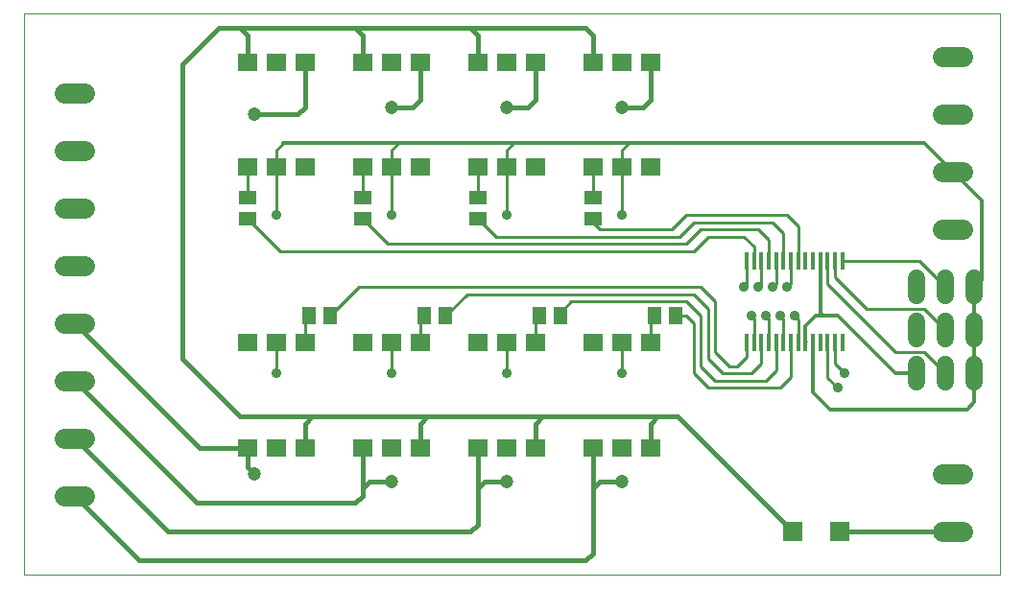
<source format=gtl>
G75*
%MOIN*%
%OFA0B0*%
%FSLAX25Y25*%
%IPPOS*%
%LPD*%
%AMOC8*
5,1,8,0,0,1.08239X$1,22.5*
%
%ADD10C,0.00000*%
%ADD11R,0.07087X0.06693*%
%ADD12C,0.07050*%
%ADD13R,0.01575X0.05906*%
%ADD14R,0.07008X0.05984*%
%ADD15R,0.05906X0.05118*%
%ADD16R,0.05118X0.05906*%
%ADD17C,0.06000*%
%ADD18C,0.01200*%
%ADD19C,0.01000*%
%ADD20C,0.03562*%
%ADD21C,0.01600*%
%ADD22C,0.04724*%
D10*
X0001000Y0001000D02*
X0001000Y0195961D01*
X0339701Y0195961D01*
X0339701Y0001000D01*
X0001000Y0001000D01*
D11*
X0267929Y0016000D03*
X0284071Y0016000D03*
D12*
X0319975Y0016000D02*
X0327025Y0016000D01*
X0327025Y0036000D02*
X0319975Y0036000D01*
X0319975Y0121000D02*
X0327025Y0121000D01*
X0327025Y0141000D02*
X0319975Y0141000D01*
X0319975Y0161000D02*
X0327025Y0161000D01*
X0327025Y0181000D02*
X0319975Y0181000D01*
X0022025Y0168500D02*
X0014975Y0168500D01*
X0014975Y0148500D02*
X0022025Y0148500D01*
X0022025Y0128500D02*
X0014975Y0128500D01*
X0014975Y0108500D02*
X0022025Y0108500D01*
X0022025Y0088500D02*
X0014975Y0088500D01*
X0014975Y0068500D02*
X0022025Y0068500D01*
X0022025Y0048500D02*
X0014975Y0048500D01*
X0014975Y0028500D02*
X0022025Y0028500D01*
D13*
X0251866Y0081728D03*
X0254425Y0081728D03*
X0256984Y0081728D03*
X0259543Y0081728D03*
X0262102Y0081728D03*
X0264661Y0081728D03*
X0267220Y0081728D03*
X0269780Y0081728D03*
X0272339Y0081728D03*
X0274898Y0081728D03*
X0277457Y0081728D03*
X0280016Y0081728D03*
X0282575Y0081728D03*
X0285134Y0081728D03*
X0285134Y0110272D03*
X0282575Y0110272D03*
X0280016Y0110272D03*
X0277457Y0110272D03*
X0274898Y0110272D03*
X0272339Y0110272D03*
X0269780Y0110272D03*
X0267220Y0110272D03*
X0264661Y0110272D03*
X0262102Y0110272D03*
X0259543Y0110272D03*
X0256984Y0110272D03*
X0254425Y0110272D03*
X0251866Y0110272D03*
D14*
X0218500Y0081787D03*
X0208500Y0081787D03*
X0198500Y0081787D03*
X0178500Y0081787D03*
X0168500Y0081787D03*
X0158500Y0081787D03*
X0138500Y0081787D03*
X0128500Y0081787D03*
X0118500Y0081787D03*
X0098500Y0081787D03*
X0088500Y0081787D03*
X0078500Y0081787D03*
X0078500Y0045213D03*
X0088500Y0045213D03*
X0098500Y0045213D03*
X0118500Y0045213D03*
X0128500Y0045213D03*
X0138500Y0045213D03*
X0158500Y0045213D03*
X0168500Y0045213D03*
X0178500Y0045213D03*
X0198500Y0045213D03*
X0208500Y0045213D03*
X0218500Y0045213D03*
X0218500Y0142713D03*
X0208500Y0142713D03*
X0198500Y0142713D03*
X0178500Y0142713D03*
X0168500Y0142713D03*
X0158500Y0142713D03*
X0138500Y0142713D03*
X0128500Y0142713D03*
X0118500Y0142713D03*
X0098500Y0142713D03*
X0088500Y0142713D03*
X0078500Y0142713D03*
X0078500Y0179287D03*
X0088500Y0179287D03*
X0098500Y0179287D03*
X0118500Y0179287D03*
X0128500Y0179287D03*
X0138500Y0179287D03*
X0158500Y0179287D03*
X0168500Y0179287D03*
X0178500Y0179287D03*
X0198500Y0179287D03*
X0208500Y0179287D03*
X0218500Y0179287D03*
D15*
X0198500Y0132240D03*
X0198500Y0124760D03*
X0158500Y0124760D03*
X0158500Y0132240D03*
X0118500Y0132240D03*
X0118500Y0124760D03*
X0078500Y0124760D03*
X0078500Y0132240D03*
D16*
X0099760Y0091000D03*
X0107240Y0091000D03*
X0139760Y0091000D03*
X0147240Y0091000D03*
X0179760Y0091000D03*
X0187240Y0091000D03*
X0219760Y0091000D03*
X0227240Y0091000D03*
D17*
X0311000Y0089000D02*
X0311000Y0083000D01*
X0321000Y0083000D02*
X0321000Y0089000D01*
X0331000Y0089000D02*
X0331000Y0083000D01*
X0331000Y0074000D02*
X0331000Y0068000D01*
X0321000Y0068000D02*
X0321000Y0074000D01*
X0311000Y0074000D02*
X0311000Y0068000D01*
X0311000Y0098000D02*
X0311000Y0104000D01*
X0321000Y0104000D02*
X0321000Y0098000D01*
X0331000Y0098000D02*
X0331000Y0104000D01*
D18*
X0333500Y0103500D02*
X0331000Y0101000D01*
X0331000Y0086000D01*
X0331000Y0071000D01*
X0331000Y0061000D01*
X0328500Y0058500D01*
X0281000Y0058500D01*
X0274898Y0064602D01*
X0274898Y0081728D01*
X0272339Y0081728D02*
X0272339Y0087339D01*
X0276000Y0091000D01*
X0278500Y0091000D01*
X0283500Y0091000D01*
X0303500Y0071000D01*
X0311000Y0071000D01*
X0278500Y0091000D02*
X0277450Y0092050D01*
X0277450Y0107200D01*
X0333500Y0103500D02*
X0333500Y0131000D01*
X0323500Y0141000D01*
X0313500Y0151000D01*
X0211000Y0151000D01*
X0171000Y0151000D01*
X0131000Y0151000D01*
X0091000Y0151000D01*
X0208500Y0142713D02*
X0210213Y0141000D01*
X0211000Y0141000D01*
D19*
X0208500Y0143500D01*
X0208500Y0148500D01*
X0211000Y0151000D01*
X0208500Y0142713D02*
X0208500Y0126000D01*
X0201000Y0121000D02*
X0198500Y0123500D01*
X0198500Y0124760D01*
X0199760Y0123500D01*
X0201000Y0121000D02*
X0226000Y0121000D01*
X0231000Y0126000D01*
X0266000Y0126000D01*
X0269780Y0122220D01*
X0269780Y0110272D01*
X0267220Y0110272D02*
X0267220Y0102220D01*
X0266000Y0101000D01*
X0262102Y0102102D02*
X0261000Y0101000D01*
X0262102Y0102102D02*
X0262102Y0110272D01*
X0259543Y0110272D02*
X0259543Y0117457D01*
X0256000Y0121000D01*
X0236000Y0121000D01*
X0231000Y0116000D01*
X0127260Y0116000D01*
X0118500Y0124760D01*
X0128500Y0126000D02*
X0128500Y0142713D01*
X0128500Y0148500D01*
X0131000Y0151000D01*
X0118500Y0142713D02*
X0118500Y0132240D01*
X0088500Y0126000D02*
X0088500Y0142713D01*
X0088500Y0148500D01*
X0091000Y0151000D01*
X0078500Y0142713D02*
X0078500Y0132240D01*
X0078500Y0124760D02*
X0089760Y0113500D01*
X0233500Y0113500D01*
X0238500Y0118500D01*
X0251000Y0118500D01*
X0254425Y0115075D01*
X0254425Y0110272D01*
X0251866Y0110272D02*
X0251866Y0101866D01*
X0251000Y0101000D01*
X0256000Y0101000D02*
X0256984Y0101984D01*
X0256984Y0110272D01*
X0264661Y0110272D02*
X0264661Y0119839D01*
X0261000Y0123500D01*
X0233500Y0123500D01*
X0228500Y0118500D01*
X0164760Y0118500D01*
X0158500Y0124760D01*
X0168500Y0126000D02*
X0168500Y0142713D01*
X0168500Y0148500D01*
X0171000Y0151000D01*
X0158500Y0142713D02*
X0158500Y0132240D01*
X0198500Y0132240D02*
X0198500Y0142713D01*
X0236000Y0101000D02*
X0117240Y0101000D01*
X0107240Y0091000D01*
X0099760Y0091000D02*
X0098500Y0089740D01*
X0098500Y0081787D01*
X0088500Y0081787D02*
X0088500Y0071000D01*
X0128500Y0071000D02*
X0128500Y0081787D01*
X0138500Y0081787D02*
X0138500Y0089740D01*
X0139760Y0091000D01*
X0147240Y0091000D02*
X0154740Y0098500D01*
X0233500Y0098500D01*
X0238500Y0093500D01*
X0238500Y0076000D01*
X0243500Y0071000D01*
X0253500Y0071000D01*
X0256984Y0074484D01*
X0256984Y0081728D01*
X0254425Y0081728D02*
X0254425Y0090075D01*
X0253500Y0091000D01*
X0258500Y0091000D02*
X0259543Y0089957D01*
X0259543Y0081728D01*
X0262102Y0081728D02*
X0262102Y0072102D01*
X0258500Y0068500D01*
X0241000Y0068500D01*
X0236000Y0073500D01*
X0236000Y0091000D01*
X0231000Y0096000D01*
X0191000Y0096000D01*
X0187240Y0092240D01*
X0187240Y0091000D01*
X0179760Y0091000D02*
X0178500Y0089740D01*
X0178500Y0081787D01*
X0168500Y0081787D02*
X0168500Y0071000D01*
X0138500Y0081787D02*
X0138500Y0083500D01*
X0208500Y0081787D02*
X0208500Y0071000D01*
X0218500Y0081787D02*
X0218500Y0089740D01*
X0219760Y0091000D01*
X0221000Y0091000D01*
X0227240Y0091000D02*
X0231000Y0091000D01*
X0233500Y0088500D01*
X0233500Y0071000D01*
X0238500Y0066000D01*
X0263500Y0066000D01*
X0267220Y0069720D01*
X0267220Y0081728D01*
X0264661Y0081728D02*
X0264661Y0089839D01*
X0263500Y0091000D01*
X0268500Y0091000D02*
X0269780Y0089720D01*
X0269780Y0081728D01*
X0272339Y0081728D02*
X0272500Y0082000D01*
X0280016Y0081728D02*
X0280016Y0069484D01*
X0283500Y0066000D01*
X0286000Y0071000D02*
X0282575Y0074425D01*
X0282575Y0081728D01*
X0293500Y0093500D02*
X0313500Y0093500D01*
X0321000Y0086000D01*
X0313500Y0078500D02*
X0321000Y0071000D01*
X0313500Y0078500D02*
X0303500Y0078500D01*
X0280016Y0101984D01*
X0280016Y0110272D01*
X0282575Y0110272D02*
X0282575Y0104425D01*
X0293500Y0093500D01*
X0277450Y0107200D02*
X0277450Y0109900D01*
X0277457Y0110272D01*
X0285134Y0110272D02*
X0311728Y0110272D01*
X0321000Y0101000D01*
X0251866Y0081728D02*
X0251866Y0076866D01*
X0248500Y0073500D01*
X0246000Y0073500D01*
X0241000Y0078500D01*
X0241000Y0096000D01*
X0236000Y0101000D01*
D20*
X0251000Y0101000D03*
X0256000Y0101000D03*
X0261000Y0101000D03*
X0266000Y0101000D03*
X0263500Y0091000D03*
X0268500Y0091000D03*
X0258500Y0091000D03*
X0253500Y0091000D03*
X0286000Y0071000D03*
X0283500Y0066000D03*
X0208500Y0071000D03*
X0168500Y0071000D03*
X0128500Y0071000D03*
X0088500Y0071000D03*
X0088500Y0126000D03*
X0128500Y0126000D03*
X0168500Y0126000D03*
X0208500Y0126000D03*
D21*
X0208500Y0163500D02*
X0216000Y0163500D01*
X0218500Y0166000D01*
X0218500Y0179287D01*
X0198500Y0179287D02*
X0198500Y0188500D01*
X0196000Y0191000D01*
X0156000Y0191000D01*
X0116000Y0191000D01*
X0076000Y0191000D01*
X0068500Y0191000D01*
X0056000Y0178500D01*
X0056000Y0076000D01*
X0076000Y0056000D01*
X0101000Y0056000D01*
X0141000Y0056000D01*
X0181000Y0056000D01*
X0221000Y0056000D01*
X0227929Y0056000D01*
X0267929Y0016000D01*
X0284071Y0016000D02*
X0323500Y0016000D01*
X0218500Y0045213D02*
X0218500Y0053500D01*
X0221000Y0056000D01*
X0198500Y0045213D02*
X0198500Y0031000D01*
X0198500Y0008500D01*
X0196000Y0006000D01*
X0041000Y0006000D01*
X0018500Y0028500D01*
X0018500Y0048500D02*
X0051000Y0016000D01*
X0156000Y0016000D01*
X0158500Y0018500D01*
X0158500Y0031000D01*
X0161000Y0033500D01*
X0168500Y0033500D01*
X0158500Y0031000D02*
X0158500Y0045213D01*
X0138500Y0045213D02*
X0138500Y0053500D01*
X0141000Y0056000D01*
X0118500Y0045213D02*
X0118500Y0031000D01*
X0118500Y0028500D01*
X0116000Y0026000D01*
X0061000Y0026000D01*
X0018500Y0068500D01*
X0018500Y0088500D02*
X0061787Y0045213D01*
X0078500Y0045213D01*
X0078500Y0038500D01*
X0081000Y0036000D01*
X0076787Y0043500D02*
X0078500Y0045213D01*
X0098500Y0045213D02*
X0098500Y0053500D01*
X0101000Y0056000D01*
X0121000Y0033500D02*
X0118500Y0031000D01*
X0121000Y0033500D02*
X0128500Y0033500D01*
X0178500Y0045213D02*
X0178500Y0053500D01*
X0181000Y0056000D01*
X0201000Y0033500D02*
X0198500Y0031000D01*
X0201000Y0033500D02*
X0208500Y0033500D01*
X0096000Y0161000D02*
X0081000Y0161000D01*
X0096000Y0161000D02*
X0098500Y0163500D01*
X0098500Y0179287D01*
X0116000Y0179287D02*
X0118500Y0179287D01*
X0118500Y0188500D01*
X0116000Y0191000D01*
X0138500Y0179287D02*
X0138500Y0166000D01*
X0136000Y0163500D01*
X0128500Y0163500D01*
X0156000Y0179287D02*
X0158500Y0179287D01*
X0158500Y0188500D01*
X0156000Y0191000D01*
X0178500Y0179287D02*
X0178500Y0166000D01*
X0176000Y0163500D01*
X0168500Y0163500D01*
X0078500Y0179287D02*
X0078500Y0188500D01*
X0076000Y0191000D01*
D22*
X0081000Y0161000D03*
X0128500Y0163500D03*
X0168500Y0163500D03*
X0208500Y0163500D03*
X0081000Y0036000D03*
X0128500Y0033500D03*
X0168500Y0033500D03*
X0208500Y0033500D03*
M02*

</source>
